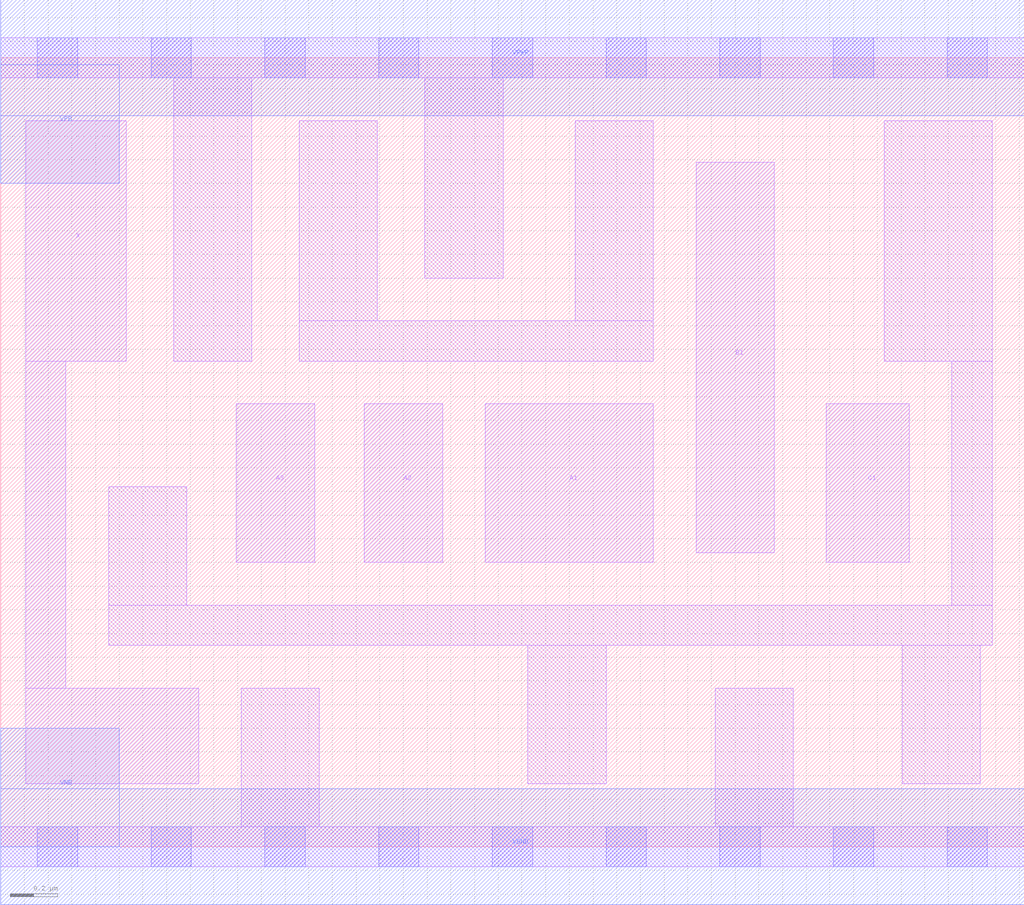
<source format=lef>
# Copyright 2020 The SkyWater PDK Authors
#
# Licensed under the Apache License, Version 2.0 (the "License");
# you may not use this file except in compliance with the License.
# You may obtain a copy of the License at
#
#     https://www.apache.org/licenses/LICENSE-2.0
#
# Unless required by applicable law or agreed to in writing, software
# distributed under the License is distributed on an "AS IS" BASIS,
# WITHOUT WARRANTIES OR CONDITIONS OF ANY KIND, either express or implied.
# See the License for the specific language governing permissions and
# limitations under the License.
#
# SPDX-License-Identifier: Apache-2.0

VERSION 5.5 ;
NAMESCASESENSITIVE ON ;
BUSBITCHARS "[]" ;
DIVIDERCHAR "/" ;
MACRO sky130_fd_sc_lp__a311o_lp
  CLASS CORE ;
  SOURCE USER ;
  ORIGIN  0.000000  0.000000 ;
  SIZE  4.320000 BY  3.330000 ;
  SYMMETRY X Y R90 ;
  SITE unit ;
  PIN A1
    ANTENNAGATEAREA  0.313000 ;
    DIRECTION INPUT ;
    USE SIGNAL ;
    PORT
      LAYER li1 ;
        RECT 2.045000 1.200000 2.755000 1.870000 ;
    END
  END A1
  PIN A2
    ANTENNAGATEAREA  0.313000 ;
    DIRECTION INPUT ;
    USE SIGNAL ;
    PORT
      LAYER li1 ;
        RECT 1.535000 1.200000 1.865000 1.870000 ;
    END
  END A2
  PIN A3
    ANTENNAGATEAREA  0.313000 ;
    DIRECTION INPUT ;
    USE SIGNAL ;
    PORT
      LAYER li1 ;
        RECT 0.995000 1.200000 1.325000 1.870000 ;
    END
  END A3
  PIN B1
    ANTENNAGATEAREA  0.376000 ;
    DIRECTION INPUT ;
    USE SIGNAL ;
    PORT
      LAYER li1 ;
        RECT 2.935000 1.240000 3.265000 2.890000 ;
    END
  END B1
  PIN C1
    ANTENNAGATEAREA  0.376000 ;
    DIRECTION INPUT ;
    USE SIGNAL ;
    PORT
      LAYER li1 ;
        RECT 3.485000 1.200000 3.835000 1.870000 ;
    END
  END C1
  PIN X
    ANTENNADIFFAREA  0.404700 ;
    DIRECTION OUTPUT ;
    USE SIGNAL ;
    PORT
      LAYER li1 ;
        RECT 0.105000 0.265000 0.835000 0.670000 ;
        RECT 0.105000 0.670000 0.275000 2.050000 ;
        RECT 0.105000 2.050000 0.530000 3.065000 ;
    END
  END X
  PIN VGND
    DIRECTION INOUT ;
    USE GROUND ;
    PORT
      LAYER met1 ;
        RECT 0.000000 -0.245000 4.320000 0.245000 ;
    END
  END VGND
  PIN VNB
    DIRECTION INOUT ;
    USE GROUND ;
    PORT
      LAYER met1 ;
        RECT 0.000000 0.000000 0.500000 0.500000 ;
    END
  END VNB
  PIN VPB
    DIRECTION INOUT ;
    USE POWER ;
    PORT
      LAYER met1 ;
        RECT 0.000000 2.800000 0.500000 3.300000 ;
    END
  END VPB
  PIN VPWR
    DIRECTION INOUT ;
    USE POWER ;
    PORT
      LAYER met1 ;
        RECT 0.000000 3.085000 4.320000 3.575000 ;
    END
  END VPWR
  OBS
    LAYER li1 ;
      RECT 0.000000 -0.085000 4.320000 0.085000 ;
      RECT 0.000000  3.245000 4.320000 3.415000 ;
      RECT 0.455000  0.850000 4.185000 1.020000 ;
      RECT 0.455000  1.020000 0.785000 1.520000 ;
      RECT 0.730000  2.050000 1.060000 3.245000 ;
      RECT 1.015000  0.085000 1.345000 0.670000 ;
      RECT 1.260000  2.050000 2.755000 2.220000 ;
      RECT 1.260000  2.220000 1.590000 3.065000 ;
      RECT 1.790000  2.400000 2.120000 3.245000 ;
      RECT 2.225000  0.265000 2.555000 0.850000 ;
      RECT 2.425000  2.220000 2.755000 3.065000 ;
      RECT 3.015000  0.085000 3.345000 0.670000 ;
      RECT 3.730000  2.050000 4.185000 3.065000 ;
      RECT 3.805000  0.265000 4.135000 0.850000 ;
      RECT 4.015000  1.020000 4.185000 2.050000 ;
    LAYER mcon ;
      RECT 0.155000 -0.085000 0.325000 0.085000 ;
      RECT 0.155000  3.245000 0.325000 3.415000 ;
      RECT 0.635000 -0.085000 0.805000 0.085000 ;
      RECT 0.635000  3.245000 0.805000 3.415000 ;
      RECT 1.115000 -0.085000 1.285000 0.085000 ;
      RECT 1.115000  3.245000 1.285000 3.415000 ;
      RECT 1.595000 -0.085000 1.765000 0.085000 ;
      RECT 1.595000  3.245000 1.765000 3.415000 ;
      RECT 2.075000 -0.085000 2.245000 0.085000 ;
      RECT 2.075000  3.245000 2.245000 3.415000 ;
      RECT 2.555000 -0.085000 2.725000 0.085000 ;
      RECT 2.555000  3.245000 2.725000 3.415000 ;
      RECT 3.035000 -0.085000 3.205000 0.085000 ;
      RECT 3.035000  3.245000 3.205000 3.415000 ;
      RECT 3.515000 -0.085000 3.685000 0.085000 ;
      RECT 3.515000  3.245000 3.685000 3.415000 ;
      RECT 3.995000 -0.085000 4.165000 0.085000 ;
      RECT 3.995000  3.245000 4.165000 3.415000 ;
  END
END sky130_fd_sc_lp__a311o_lp
END LIBRARY

</source>
